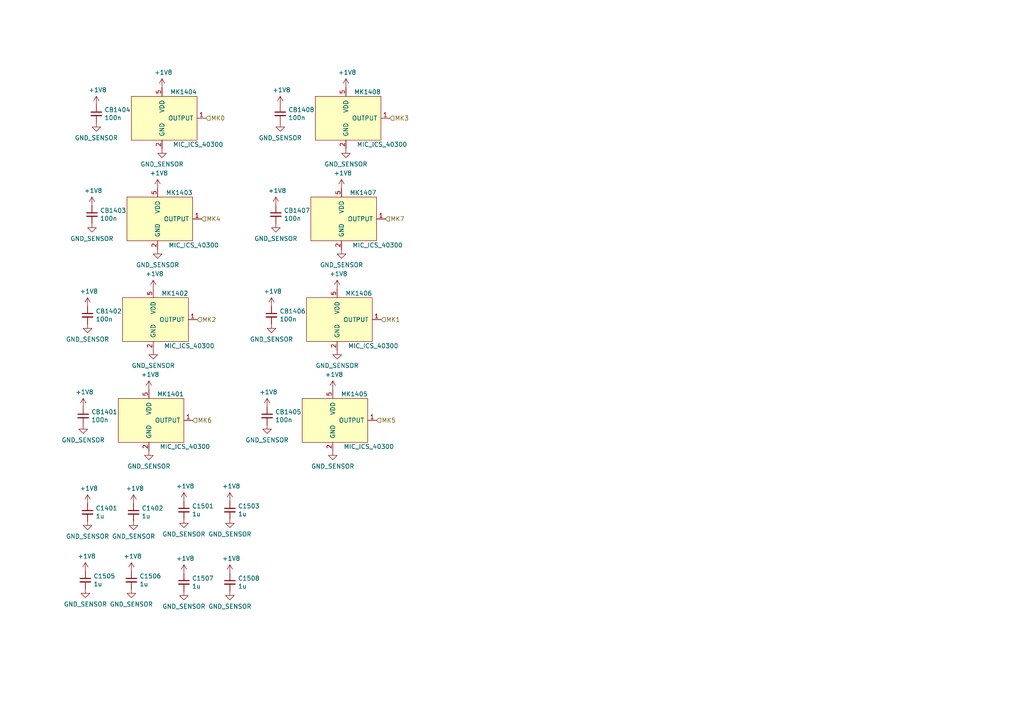
<source format=kicad_sch>
(kicad_sch (version 20230121) (generator eeschema)
  (paper "A4")
  (title_block (title "Kleinvoet") (date "2023-04-12") (rev "${PROJECT_REV}") (company "Department of Electrical and Electronic Engineering - Stellenbosch University") (comment 1 "Digital Signal Processing Laboratory") (comment 2 "Author: CM Geldenhuys <cmgeldenhuys@sun.ac.za>") (comment 3 "Project: Kleinvoet") (comment 4 "License: CERN-OHL-S-2.0"))
  (lib_symbols
    (symbol "Device:C_Small" (pin_numbers hide) (pin_names (offset 0.254) hide)
      (property "Reference" "C" (at 0.254 1.778 0))
      (property "Value" "C_Small" (at 0.254 -2.032 0))
      (symbol "C_Small_0_1"
        (polyline (pts (xy -1.524 -0.508) (xy 1.524 -0.508)) (stroke (width 0.3302)))
        (polyline (pts (xy -1.524 0.508) (xy 1.524 0.508)) (stroke (width 0.3048)))
      )
      (symbol "C_Small_1_1"
        (pin passive line (at 0 2.54 270) (length 2.032) (name "~") (number "1"))
        (pin passive line (at 0 -2.54 90) (length 2.032) (name "~") (number "2"))
      )
    )
    (symbol "grootvoet:GND_SENSOR" (power) (pin_names (offset 0))
      (property "Value" "GND_SENSOR" (at 0 -3.81 0))
      (symbol "GND_SENSOR_0_1"
        (polyline (pts (xy 0 0) (xy 0 -1.27) (xy 1.27 -1.27) (xy 0 -2.54) (xy -1.27 -1.27) (xy 0 -1.27)))
      )
      (symbol "GND_SENSOR_1_1"
        (pin power_in line (at 0 0 270) (length 0) hide (name "GND_SENSOR") (number "1"))
      )
    )
    (symbol "grootvoet:MIC_ICS_40300" (pin_names (offset 1.016))
      (property "Reference" "MK" (at -11.43 8.89 0))
      (property "Value" "MIC_ICS_40300" (at 8.89 8.89 0))
      (symbol "MIC_ICS_40300_0_1"
        (rectangle (start 10.16 6.35) (end -8.89 -6.35) (fill (type background)))
      )
      (symbol "MIC_ICS_40300_1_1"
        (pin output line (at 12.7 0 180) (length 2.54) (name "OUTPUT") (number "1"))
        (pin input line (at 0 -8.89 90) (length 2.54) (name "GND") (number "2"))
        (pin input line (at 0 -8.89 90) (length 2.54) hide (name "GND") (number "3"))
        (pin input line (at 0 -8.89 90) (length 2.54) hide (name "GND") (number "4"))
        (pin power_in line (at 0 8.89 270) (length 2.54) (name "VDD") (number "5"))
        (pin input line (at 0 -8.89 90) (length 2.54) hide (name "GND") (number "6"))
      )
    )
    (symbol "power:+1V8" (power) (pin_names (offset 0))
      (property "Value" "+1V8" (at 0 3.556 0))
      (symbol "+1V8_0_1"
        (polyline (pts (xy -0.762 1.27) (xy 0 2.54)))
        (polyline (pts (xy 0 0) (xy 0 2.54)))
        (polyline (pts (xy 0 2.54) (xy 0.762 1.27)))
      )
      (symbol "+1V8_1_1"
        (pin power_in line (at 0 0 90) (length 0) hide (name "+1V8") (number "1"))
      )
    )
  )
  (hierarchical_label "MK6" (shape input) (at 55.88 121.92 0))
  (hierarchical_label "MK4" (shape input) (at 58.42 63.5 0))
  (hierarchical_label "MK2" (shape input) (at 57.15 92.71 0))
  (hierarchical_label "MK0" (shape input) (at 59.69 34.29 0))
  (hierarchical_label "MK5" (shape input) (at 109.22 121.92 0))
  (hierarchical_label "MK1" (shape input) (at 110.49 92.71 0))
  (hierarchical_label "MK3" (shape input) (at 113.03 34.29 0))
  (hierarchical_label "MK7" (shape input) (at 111.76 63.5 0))
  (symbol (lib_id "Device:C_Small") (at 25.4 148.59 0) (unit 1)
    (property "Reference" "C1401" (at 27.7368 147.4216 0) (effects (justify left)))
    (property "Value" "1u" (at 27.7368 149.733 0) (effects (justify left)))
    (property "Footprint" "Capacitor_SMD:C_0402_1005Metric" (effects hide))
    (property "MPN" "C0402C105K9PACTU" (effects hide))
    (property "Mfr." "KEMET" (effects hide))
    (instances (project "kleinvoet" (path "" (reference "C1401") (unit 1))) (project "Sensor_Board" (path "" (reference "C?") (unit 1)) (path "" (reference "C14") (unit 1))))
  )
  (symbol (lib_id "Device:C_Small") (at 38.735 148.59 0) (unit 1)
    (property "Reference" "C1402" (at 41.0718 147.4216 0) (effects (justify left)))
    (property "Value" "1u" (at 41.0718 149.733 0) (effects (justify left)))
    (property "Footprint" "Capacitor_SMD:C_0402_1005Metric" (effects hide))
    (property "MPN" "C0402C105K9PACTU" (effects hide))
    (property "Mfr." "KEMET" (effects hide))
    (instances (project "kleinvoet" (path "" (reference "C1402") (unit 1))) (project "Sensor_Board" (path "" (reference "C?") (unit 1)) (path "" (reference "C15") (unit 1))))
  )
  (symbol (lib_id "power:+1V8") (at 25.4 146.05 0) (unit 1)
    (property "Reference" "#PWR01405" (effects hide))
    (property "Value" "+1V8" (at 25.781 141.6558 0))
  )
  (symbol (lib_id "power:+1V8") (at 38.735 146.05 0) (unit 1)
    (property "Reference" "#PWR01411" (effects hide))
    (property "Value" "+1V8" (at 39.116 141.6558 0))
  )
  (symbol (lib_id "grootvoet:MIC_ICS_40300") (at 46.99 34.29 0) (unit 1)
    (property "Reference" "MK1404" (at 57.15 26.67 0) (effects (justify right)))
    (property "Value" "MIC_ICS_40300" (at 64.77 41.91 0) (effects (justify right)))
    (property "Footprint" "grootvoet:MEMS_Mic_ICS-40300" (effects hide))
    (property "Datasheet" "https://www.mouser.co.za/ProductDetail/TDK-InvenSense/ICS-40300?qs=%2Fha2pyFadujzJsvx64xsUNdAo4Ph4hwqMvEiGbKRLds%3D" (effects hide))
    (property "MPN" "ICS-40300" (effects hide))
    (property "Mfr." "TDK InvenSense" (effects hide))
    (instances (project "kleinvoet" (path "" (reference "MK1404") (unit 1))) (project "Sensor_Board" (path "" (reference "MK4") (unit 1))))
  )
  (symbol (lib_id "power:+1V8") (at 46.99 25.4 0) (unit 1)
    (property "Reference" "#PWR01419" (effects hide))
    (property "Value" "+1V8" (at 47.371 21.0058 0))
  )
  (symbol (lib_id "Device:C_Small") (at 27.94 33.02 0) (unit 1)
    (property "Reference" "CB1404" (at 30.2768 31.8516 0) (effects (justify left)))
    (property "Value" "100n" (at 30.2768 34.163 0) (effects (justify left)))
    (property "Footprint" "Capacitor_SMD:C_0402_1005Metric" (effects hide))
    (property "MPN" "C0402C104K8PACTU" (effects hide))
    (property "Mfr." "KEMET" (effects hide))
    (instances (project "kleinvoet" (path "" (reference "CB1404") (unit 1))) (project "Sensor_Board" (path "" (reference "CB?") (unit 1)) (path "" (reference "CB9") (unit 1))))
  )
  (symbol (lib_id "power:+1V8") (at 27.94 30.48 0) (unit 1)
    (property "Reference" "#PWR01409" (effects hide))
    (property "Value" "+1V8" (at 28.321 26.0858 0))
  )
  (symbol (lib_id "power:+1V8") (at 45.72 54.61 0) (unit 1)
    (property "Reference" "#PWR01417" (effects hide))
    (property "Value" "+1V8" (at 46.101 50.2158 0))
  )
  (symbol (lib_id "Device:C_Small") (at 26.67 62.23 0) (unit 1)
    (property "Reference" "CB1403" (at 29.0068 61.0616 0) (effects (justify left)))
    (property "Value" "100n" (at 29.0068 63.373 0) (effects (justify left)))
    (property "Footprint" "Capacitor_SMD:C_0402_1005Metric" (effects hide))
    (property "MPN" "C0402C104K8PACTU" (effects hide))
    (property "Mfr." "KEMET" (effects hide))
    (instances (project "kleinvoet" (path "" (reference "CB1403") (unit 1))) (project "Sensor_Board" (path "" (reference "CB?") (unit 1)) (path "" (reference "CB8") (unit 1))))
  )
  (symbol (lib_id "power:+1V8") (at 26.67 59.69 0) (unit 1)
    (property "Reference" "#PWR01407" (effects hide))
    (property "Value" "+1V8" (at 27.051 55.2958 0))
  )
  (symbol (lib_id "grootvoet:MIC_ICS_40300") (at 45.72 63.5 0) (unit 1)
    (property "Reference" "MK1403" (at 55.88 55.88 0) (effects (justify right)))
    (property "Value" "MIC_ICS_40300" (at 63.5 71.12 0) (effects (justify right)))
    (property "Footprint" "grootvoet:MEMS_Mic_ICS-40300" (effects hide))
    (property "Datasheet" "https://www.mouser.co.za/ProductDetail/TDK-InvenSense/ICS-40300?qs=%2Fha2pyFadujzJsvx64xsUNdAo4Ph4hwqMvEiGbKRLds%3D" (effects hide))
    (property "MPN" "ICS-40300" (effects hide))
    (property "Mfr." "TDK InvenSense" (effects hide))
    (instances (project "kleinvoet" (path "" (reference "MK1403") (unit 1))) (project "Sensor_Board" (path "" (reference "MK3") (unit 1))))
  )
  (symbol (lib_id "power:+1V8") (at 44.45 83.82 0) (unit 1)
    (property "Reference" "#PWR01415" (effects hide))
    (property "Value" "+1V8" (at 44.831 79.4258 0))
  )
  (symbol (lib_id "Device:C_Small") (at 25.4 91.44 0) (unit 1)
    (property "Reference" "CB1402" (at 27.7368 90.2716 0) (effects (justify left)))
    (property "Value" "100n" (at 27.7368 92.583 0) (effects (justify left)))
    (property "Footprint" "Capacitor_SMD:C_0402_1005Metric" (effects hide))
    (property "MPN" "C0402C104K8PACTU" (effects hide))
    (property "Mfr." "KEMET" (effects hide))
    (instances (project "kleinvoet" (path "" (reference "CB1402") (unit 1))) (project "Sensor_Board" (path "" (reference "CB?") (unit 1)) (path "" (reference "CB7") (unit 1))))
  )
  (symbol (lib_id "power:+1V8") (at 25.4 88.9 0) (unit 1)
    (property "Reference" "#PWR01403" (effects hide))
    (property "Value" "+1V8" (at 25.781 84.5058 0))
  )
  (symbol (lib_id "grootvoet:MIC_ICS_40300") (at 44.45 92.71 0) (unit 1)
    (property "Reference" "MK1402" (at 54.61 85.09 0) (effects (justify right)))
    (property "Value" "MIC_ICS_40300" (at 62.23 100.33 0) (effects (justify right)))
    (property "Footprint" "grootvoet:MEMS_Mic_ICS-40300" (effects hide))
    (property "Datasheet" "https://www.mouser.co.za/ProductDetail/TDK-InvenSense/ICS-40300?qs=%2Fha2pyFadujzJsvx64xsUNdAo4Ph4hwqMvEiGbKRLds%3D" (effects hide))
    (property "MPN" "ICS-40300" (effects hide))
    (property "Mfr." "TDK InvenSense" (effects hide))
    (instances (project "kleinvoet" (path "" (reference "MK1402") (unit 1))) (project "Sensor_Board" (path "" (reference "MK2") (unit 1))))
  )
  (symbol (lib_id "power:+1V8") (at 43.18 113.03 0) (unit 1)
    (property "Reference" "#PWR01413" (effects hide))
    (property "Value" "+1V8" (at 43.561 108.6358 0))
  )
  (symbol (lib_id "Device:C_Small") (at 24.13 120.65 0) (unit 1)
    (property "Reference" "CB1401" (at 26.4668 119.4816 0) (effects (justify left)))
    (property "Value" "100n" (at 26.4668 121.793 0) (effects (justify left)))
    (property "Footprint" "Capacitor_SMD:C_0402_1005Metric" (effects hide))
    (property "MPN" "C0402C104K8PACTU" (effects hide))
    (property "Mfr." "KEMET" (effects hide))
    (instances (project "kleinvoet" (path "" (reference "CB1401") (unit 1))) (project "Sensor_Board" (path "" (reference "CB?") (unit 1)) (path "" (reference "CB6") (unit 1))))
  )
  (symbol (lib_id "power:+1V8") (at 24.13 118.11 0) (unit 1)
    (property "Reference" "#PWR01401" (effects hide))
    (property "Value" "+1V8" (at 24.511 113.7158 0))
  )
  (symbol (lib_id "grootvoet:MIC_ICS_40300") (at 43.18 121.92 0) (unit 1)
    (property "Reference" "MK1401" (at 53.34 114.3 0) (effects (justify right)))
    (property "Value" "MIC_ICS_40300" (at 60.96 129.54 0) (effects (justify right)))
    (property "Footprint" "grootvoet:MEMS_Mic_ICS-40300" (effects hide))
    (property "Datasheet" "https://www.mouser.co.za/ProductDetail/TDK-InvenSense/ICS-40300?qs=%2Fha2pyFadujzJsvx64xsUNdAo4Ph4hwqMvEiGbKRLds%3D" (effects hide))
    (property "MPN" "ICS-40300" (effects hide))
    (property "Mfr." "TDK InvenSense" (effects hide))
    (instances (project "kleinvoet" (path "" (reference "MK1401") (unit 1))) (project "Sensor_Board" (path "" (reference "MK1") (unit 1))))
  )
  (symbol (lib_id "power:+1V8") (at 100.33 25.4 0) (unit 1)
    (property "Reference" "#PWR01435" (effects hide))
    (property "Value" "+1V8" (at 100.711 21.0058 0))
  )
  (symbol (lib_id "Device:C_Small") (at 81.28 33.02 0) (unit 1)
    (property "Reference" "CB1408" (at 83.6168 31.8516 0) (effects (justify left)))
    (property "Value" "100n" (at 83.6168 34.163 0) (effects (justify left)))
    (property "Footprint" "Capacitor_SMD:C_0402_1005Metric" (effects hide))
    (property "MPN" "C0402C104K8PACTU" (effects hide))
    (property "Mfr." "KEMET" (effects hide))
    (instances (project "kleinvoet" (path "" (reference "CB1408") (unit 1))) (project "Sensor_Board" (path "" (reference "CB?") (unit 1)) (path "" (reference "CB13") (unit 1))))
  )
  (symbol (lib_id "power:+1V8") (at 81.28 30.48 0) (unit 1)
    (property "Reference" "#PWR01427" (effects hide))
    (property "Value" "+1V8" (at 81.661 26.0858 0))
  )
  (symbol (lib_id "grootvoet:MIC_ICS_40300") (at 100.33 34.29 0) (unit 1)
    (property "Reference" "MK1408" (at 110.49 26.67 0) (effects (justify right)))
    (property "Value" "MIC_ICS_40300" (at 118.11 41.91 0) (effects (justify right)))
    (property "Footprint" "grootvoet:MEMS_Mic_ICS-40300" (effects hide))
    (property "Datasheet" "https://www.mouser.co.za/ProductDetail/TDK-InvenSense/ICS-40300?qs=%2Fha2pyFadujzJsvx64xsUNdAo4Ph4hwqMvEiGbKRLds%3D" (effects hide))
    (property "MPN" "ICS-40300" (effects hide))
    (property "Mfr." "TDK InvenSense" (effects hide))
    (instances (project "kleinvoet" (path "" (reference "MK1408") (unit 1))) (project "Sensor_Board" (path "" (reference "MK8") (unit 1))))
  )
  (symbol (lib_id "power:+1V8") (at 99.06 54.61 0) (unit 1)
    (property "Reference" "#PWR01433" (effects hide))
    (property "Value" "+1V8" (at 99.441 50.2158 0))
  )
  (symbol (lib_id "Device:C_Small") (at 80.01 62.23 0) (unit 1)
    (property "Reference" "CB1407" (at 82.3468 61.0616 0) (effects (justify left)))
    (property "Value" "100n" (at 82.3468 63.373 0) (effects (justify left)))
    (property "Footprint" "Capacitor_SMD:C_0402_1005Metric" (effects hide))
    (property "MPN" "C0402C104K8PACTU" (effects hide))
    (property "Mfr." "KEMET" (effects hide))
    (instances (project "kleinvoet" (path "" (reference "CB1407") (unit 1))) (project "Sensor_Board" (path "" (reference "CB?") (unit 1)) (path "" (reference "CB12") (unit 1))))
  )
  (symbol (lib_id "power:+1V8") (at 80.01 59.69 0) (unit 1)
    (property "Reference" "#PWR01425" (effects hide))
    (property "Value" "+1V8" (at 80.391 55.2958 0))
  )
  (symbol (lib_id "grootvoet:MIC_ICS_40300") (at 99.06 63.5 0) (unit 1)
    (property "Reference" "MK1407" (at 109.22 55.88 0) (effects (justify right)))
    (property "Value" "MIC_ICS_40300" (at 116.84 71.12 0) (effects (justify right)))
    (property "Footprint" "grootvoet:MEMS_Mic_ICS-40300" (effects hide))
    (property "Datasheet" "https://www.mouser.co.za/ProductDetail/TDK-InvenSense/ICS-40300?qs=%2Fha2pyFadujzJsvx64xsUNdAo4Ph4hwqMvEiGbKRLds%3D" (effects hide))
    (property "MPN" "ICS-40300" (effects hide))
    (property "Mfr." "TDK InvenSense" (effects hide))
    (instances (project "kleinvoet" (path "" (reference "MK1407") (unit 1))) (project "Sensor_Board" (path "" (reference "MK7") (unit 1))))
  )
  (symbol (lib_id "power:+1V8") (at 97.79 83.82 0) (unit 1)
    (property "Reference" "#PWR01431" (effects hide))
    (property "Value" "+1V8" (at 98.171 79.4258 0))
  )
  (symbol (lib_id "Device:C_Small") (at 78.74 91.44 0) (unit 1)
    (property "Reference" "CB1406" (at 81.0768 90.2716 0) (effects (justify left)))
    (property "Value" "100n" (at 81.0768 92.583 0) (effects (justify left)))
    (property "Footprint" "Capacitor_SMD:C_0402_1005Metric" (effects hide))
    (property "MPN" "C0402C104K8PACTU" (effects hide))
    (property "Mfr." "KEMET" (effects hide))
    (instances (project "kleinvoet" (path "" (reference "CB1406") (unit 1))) (project "Sensor_Board" (path "" (reference "CB?") (unit 1)) (path "" (reference "CB11") (unit 1))))
  )
  (symbol (lib_id "power:+1V8") (at 78.74 88.9 0) (unit 1)
    (property "Reference" "#PWR01423" (effects hide))
    (property "Value" "+1V8" (at 79.121 84.5058 0))
  )
  (symbol (lib_id "grootvoet:MIC_ICS_40300") (at 97.79 92.71 0) (unit 1)
    (property "Reference" "MK1406" (at 107.95 85.09 0) (effects (justify right)))
    (property "Value" "MIC_ICS_40300" (at 115.57 100.33 0) (effects (justify right)))
    (property "Footprint" "grootvoet:MEMS_Mic_ICS-40300" (effects hide))
    (property "Datasheet" "https://www.mouser.co.za/ProductDetail/TDK-InvenSense/ICS-40300?qs=%2Fha2pyFadujzJsvx64xsUNdAo4Ph4hwqMvEiGbKRLds%3D" (effects hide))
    (property "MPN" "ICS-40300" (effects hide))
    (property "Mfr." "TDK InvenSense" (effects hide))
    (instances (project "kleinvoet" (path "" (reference "MK1406") (unit 1))) (project "Sensor_Board" (path "" (reference "MK6") (unit 1))))
  )
  (symbol (lib_id "power:+1V8") (at 96.52 113.03 0) (unit 1)
    (property "Reference" "#PWR01429" (effects hide))
    (property "Value" "+1V8" (at 96.901 108.6358 0))
  )
  (symbol (lib_id "Device:C_Small") (at 77.47 120.65 0) (unit 1)
    (property "Reference" "CB1405" (at 79.8068 119.4816 0) (effects (justify left)))
    (property "Value" "100n" (at 79.8068 121.793 0) (effects (justify left)))
    (property "Footprint" "Capacitor_SMD:C_0402_1005Metric" (effects hide))
    (property "MPN" "C0402C104K8PACTU" (effects hide))
    (property "Mfr." "KEMET" (effects hide))
    (instances (project "kleinvoet" (path "" (reference "CB1405") (unit 1))) (project "Sensor_Board" (path "" (reference "CB?") (unit 1)) (path "" (reference "CB10") (unit 1))))
  )
  (symbol (lib_id "power:+1V8") (at 77.47 118.11 0) (unit 1)
    (property "Reference" "#PWR01421" (effects hide))
    (property "Value" "+1V8" (at 77.851 113.7158 0))
  )
  (symbol (lib_id "grootvoet:MIC_ICS_40300") (at 96.52 121.92 0) (unit 1)
    (property "Reference" "MK1405" (at 106.68 114.3 0) (effects (justify right)))
    (property "Value" "MIC_ICS_40300" (at 114.3 129.54 0) (effects (justify right)))
    (property "Footprint" "grootvoet:MEMS_Mic_ICS-40300" (effects hide))
    (property "Datasheet" "https://www.mouser.co.za/ProductDetail/TDK-InvenSense/ICS-40300?qs=%2Fha2pyFadujzJsvx64xsUNdAo4Ph4hwqMvEiGbKRLds%3D" (effects hide))
    (property "MPN" "ICS-40300" (effects hide))
    (property "Mfr." "TDK InvenSense" (effects hide))
    (instances (project "kleinvoet" (path "" (reference "MK1405") (unit 1))) (project "Sensor_Board" (path "" (reference "MK5") (unit 1))))
  )
  (symbol (lib_id "Device:C_Small") (at 53.34 147.955 0) (unit 1)
    (property "Reference" "C1501" (at 55.6768 146.7866 0) (effects (justify left)))
    (property "Value" "1u" (at 55.6768 149.098 0) (effects (justify left)))
    (property "Footprint" "Capacitor_SMD:C_0402_1005Metric" (effects hide))
    (property "MPN" "C0402C105K9PACTU" (effects hide))
    (property "Mfr." "KEMET" (effects hide))
    (instances (project "kleinvoet" (path "" (reference "C1501") (unit 1))) (project "Sensor_Board" (path "" (reference "C?") (unit 1)) (path "" (reference "C14") (unit 1))))
  )
  (symbol (lib_id "grootvoet:GND_SENSOR") (at 80.01 64.77 0) (unit 1)
    (property "Reference" "#PWR0215" (effects hide))
    (property "Value" "GND_SENSOR" (at 80.01 69.215 0))
    (instances (project "kleinvoet" (path "" (reference "#PWR0215") (unit 1)) (path "" (reference "#PWR01426") (unit 1))))
  )
  (symbol (lib_id "grootvoet:GND_SENSOR") (at 45.72 72.39 0) (unit 1)
    (property "Reference" "#PWR0215" (effects hide))
    (property "Value" "GND_SENSOR" (at 45.72 76.835 0))
    (instances (project "kleinvoet" (path "" (reference "#PWR0215") (unit 1)) (path "" (reference "#PWR01418") (unit 1))))
  )
  (symbol (lib_id "grootvoet:GND_SENSOR") (at 99.06 72.39 0) (unit 1)
    (property "Reference" "#PWR0215" (effects hide))
    (property "Value" "GND_SENSOR" (at 99.06 76.835 0))
    (instances (project "kleinvoet" (path "" (reference "#PWR0215") (unit 1)) (path "" (reference "#PWR01434") (unit 1))))
  )
  (symbol (lib_id "grootvoet:GND_SENSOR") (at 38.1 170.815 0) (unit 1)
    (property "Reference" "#PWR0215" (effects hide))
    (property "Value" "GND_SENSOR" (at 38.1 175.26 0))
    (instances (project "kleinvoet" (path "" (reference "#PWR0215") (unit 1)) (path "" (reference "#PWR01512") (unit 1))))
  )
  (symbol (lib_id "Device:C_Small") (at 66.675 147.955 0) (unit 1)
    (property "Reference" "C1503" (at 69.0118 146.7866 0) (effects (justify left)))
    (property "Value" "1u" (at 69.0118 149.098 0) (effects (justify left)))
    (property "Footprint" "Capacitor_SMD:C_0402_1005Metric" (effects hide))
    (property "MPN" "C0402C105K9PACTU" (effects hide))
    (property "Mfr." "KEMET" (effects hide))
    (instances (project "kleinvoet" (path "" (reference "C1503") (unit 1))) (project "Sensor_Board" (path "" (reference "C?") (unit 1)) (path "" (reference "C15") (unit 1))))
  )
  (symbol (lib_id "power:+1V8") (at 66.675 166.37 0) (unit 1)
    (property "Reference" "#PWR01517" (effects hide))
    (property "Value" "+1V8" (at 67.056 161.9758 0))
  )
  (symbol (lib_id "grootvoet:GND_SENSOR") (at 44.45 101.6 0) (unit 1)
    (property "Reference" "#PWR0215" (effects hide))
    (property "Value" "GND_SENSOR" (at 44.45 106.045 0))
    (instances (project "kleinvoet" (path "" (reference "#PWR0215") (unit 1)) (path "" (reference "#PWR01416") (unit 1))))
  )
  (symbol (lib_id "power:+1V8") (at 38.1 165.735 0) (unit 1)
    (property "Reference" "#PWR01511" (effects hide))
    (property "Value" "+1V8" (at 38.481 161.3408 0))
  )
  (symbol (lib_id "power:+1V8") (at 53.34 145.415 0) (unit 1)
    (property "Reference" "#PWR01501" (effects hide))
    (property "Value" "+1V8" (at 53.721 141.0208 0))
  )
  (symbol (lib_id "grootvoet:GND_SENSOR") (at 77.47 123.19 0) (unit 1)
    (property "Reference" "#PWR0215" (effects hide))
    (property "Value" "GND_SENSOR" (at 77.47 127.635 0))
    (instances (project "kleinvoet" (path "" (reference "#PWR0215") (unit 1)) (path "" (reference "#PWR01422") (unit 1))))
  )
  (symbol (lib_id "grootvoet:GND_SENSOR") (at 100.33 43.18 0) (unit 1)
    (property "Reference" "#PWR0215" (effects hide))
    (property "Value" "GND_SENSOR" (at 100.33 47.625 0))
    (instances (project "kleinvoet" (path "" (reference "#PWR0215") (unit 1)) (path "" (reference "#PWR01436") (unit 1))))
  )
  (symbol (lib_id "Device:C_Small") (at 38.1 168.275 0) (unit 1)
    (property "Reference" "C1506" (at 40.4368 167.1066 0) (effects (justify left)))
    (property "Value" "1u" (at 40.4368 169.418 0) (effects (justify left)))
    (property "Footprint" "Capacitor_SMD:C_0402_1005Metric" (effects hide))
    (property "MPN" "C0402C105K9PACTU" (effects hide))
    (property "Mfr." "KEMET" (effects hide))
    (instances (project "kleinvoet" (path "" (reference "C1506") (unit 1))) (project "Sensor_Board" (path "" (reference "C?") (unit 1)) (path "" (reference "C15") (unit 1))))
  )
  (symbol (lib_id "grootvoet:GND_SENSOR") (at 66.675 171.45 0) (unit 1)
    (property "Reference" "#PWR0215" (effects hide))
    (property "Value" "GND_SENSOR" (at 66.675 175.895 0))
    (instances (project "kleinvoet" (path "" (reference "#PWR0215") (unit 1)) (path "" (reference "#PWR01518") (unit 1))))
  )
  (symbol (lib_id "grootvoet:GND_SENSOR") (at 24.13 123.19 0) (unit 1)
    (property "Reference" "#PWR0215" (effects hide))
    (property "Value" "GND_SENSOR" (at 24.13 127.635 0))
    (instances (project "kleinvoet" (path "" (reference "#PWR0215") (unit 1)) (path "" (reference "#PWR01402") (unit 1))))
  )
  (symbol (lib_id "power:+1V8") (at 24.765 165.735 0) (unit 1)
    (property "Reference" "#PWR01507" (effects hide))
    (property "Value" "+1V8" (at 25.146 161.3408 0))
  )
  (symbol (lib_id "grootvoet:GND_SENSOR") (at 78.74 93.98 0) (unit 1)
    (property "Reference" "#PWR0215" (effects hide))
    (property "Value" "GND_SENSOR" (at 78.74 98.425 0))
    (instances (project "kleinvoet" (path "" (reference "#PWR0215") (unit 1)) (path "" (reference "#PWR01424") (unit 1))))
  )
  (symbol (lib_id "grootvoet:GND_SENSOR") (at 27.94 35.56 0) (unit 1)
    (property "Reference" "#PWR0215" (effects hide))
    (property "Value" "GND_SENSOR" (at 27.94 40.005 0))
    (instances (project "kleinvoet" (path "" (reference "#PWR0215") (unit 1)) (path "" (reference "#PWR01410") (unit 1))))
  )
  (symbol (lib_id "grootvoet:GND_SENSOR") (at 25.4 93.98 0) (unit 1)
    (property "Reference" "#PWR0215" (effects hide))
    (property "Value" "GND_SENSOR" (at 25.4 98.425 0))
    (instances (project "kleinvoet" (path "" (reference "#PWR0215") (unit 1)) (path "" (reference "#PWR01404") (unit 1))))
  )
  (symbol (lib_id "grootvoet:GND_SENSOR") (at 25.4 151.13 0) (unit 1)
    (property "Reference" "#PWR0215" (effects hide))
    (property "Value" "GND_SENSOR" (at 25.4 155.575 0))
    (instances (project "kleinvoet" (path "" (reference "#PWR0215") (unit 1)) (path "" (reference "#PWR01406") (unit 1))))
  )
  (symbol (lib_id "grootvoet:GND_SENSOR") (at 24.765 170.815 0) (unit 1)
    (property "Reference" "#PWR0215" (effects hide))
    (property "Value" "GND_SENSOR" (at 24.765 175.26 0))
    (instances (project "kleinvoet" (path "" (reference "#PWR0215") (unit 1)) (path "" (reference "#PWR01508") (unit 1))))
  )
  (symbol (lib_id "grootvoet:GND_SENSOR") (at 96.52 130.81 0) (unit 1)
    (property "Reference" "#PWR0215" (effects hide))
    (property "Value" "GND_SENSOR" (at 96.52 135.255 0))
    (instances (project "kleinvoet" (path "" (reference "#PWR0215") (unit 1)) (path "" (reference "#PWR01430") (unit 1))))
  )
  (symbol (lib_id "grootvoet:GND_SENSOR") (at 53.34 150.495 0) (unit 1)
    (property "Reference" "#PWR0215" (effects hide))
    (property "Value" "GND_SENSOR" (at 53.34 154.94 0))
    (instances (project "kleinvoet" (path "" (reference "#PWR0215") (unit 1)) (path "" (reference "#PWR01502") (unit 1))))
  )
  (symbol (lib_id "Device:C_Small") (at 24.765 168.275 0) (unit 1)
    (property "Reference" "C1505" (at 27.1018 167.1066 0) (effects (justify left)))
    (property "Value" "1u" (at 27.1018 169.418 0) (effects (justify left)))
    (property "Footprint" "Capacitor_SMD:C_0402_1005Metric" (effects hide))
    (property "MPN" "C0402C105K9PACTU" (effects hide))
    (property "Mfr." "KEMET" (effects hide))
    (instances (project "kleinvoet" (path "" (reference "C1505") (unit 1))) (project "Sensor_Board" (path "" (reference "C?") (unit 1)) (path "" (reference "C14") (unit 1))))
  )
  (symbol (lib_id "grootvoet:GND_SENSOR") (at 26.67 64.77 0) (unit 1)
    (property "Reference" "#PWR0215" (effects hide))
    (property "Value" "GND_SENSOR" (at 26.67 69.215 0))
    (instances (project "kleinvoet" (path "" (reference "#PWR0215") (unit 1)) (path "" (reference "#PWR01408") (unit 1))))
  )
  (symbol (lib_id "Device:C_Small") (at 53.34 168.91 0) (unit 1)
    (property "Reference" "C1507" (at 55.6768 167.7416 0) (effects (justify left)))
    (property "Value" "1u" (at 55.6768 170.053 0) (effects (justify left)))
    (property "Footprint" "Capacitor_SMD:C_0402_1005Metric" (effects hide))
    (property "MPN" "C0402C105K9PACTU" (effects hide))
    (property "Mfr." "KEMET" (effects hide))
    (instances (project "kleinvoet" (path "" (reference "C1507") (unit 1))) (project "Sensor_Board" (path "" (reference "C?") (unit 1)) (path "" (reference "C14") (unit 1))))
  )
  (symbol (lib_id "Device:C_Small") (at 66.675 168.91 0) (unit 1)
    (property "Reference" "C1508" (at 69.0118 167.7416 0) (effects (justify left)))
    (property "Value" "1u" (at 69.0118 170.053 0) (effects (justify left)))
    (property "Footprint" "Capacitor_SMD:C_0402_1005Metric" (effects hide))
    (property "MPN" "C0402C105K9PACTU" (effects hide))
    (property "Mfr." "KEMET" (effects hide))
    (instances (project "kleinvoet" (path "" (reference "C1508") (unit 1))) (project "Sensor_Board" (path "" (reference "C?") (unit 1)) (path "" (reference "C15") (unit 1))))
  )
  (symbol (lib_id "grootvoet:GND_SENSOR") (at 38.735 151.13 0) (unit 1)
    (property "Reference" "#PWR0215" (effects hide))
    (property "Value" "GND_SENSOR" (at 38.735 155.575 0))
    (instances (project "kleinvoet" (path "" (reference "#PWR0215") (unit 1)) (path "" (reference "#PWR01412") (unit 1))))
  )
  (symbol (lib_id "grootvoet:GND_SENSOR") (at 97.79 101.6 0) (unit 1)
    (property "Reference" "#PWR0215" (effects hide))
    (property "Value" "GND_SENSOR" (at 97.79 106.045 0))
    (instances (project "kleinvoet" (path "" (reference "#PWR0215") (unit 1)) (path "" (reference "#PWR01432") (unit 1))))
  )
  (symbol (lib_id "power:+1V8") (at 66.675 145.415 0) (unit 1)
    (property "Reference" "#PWR01503" (effects hide))
    (property "Value" "+1V8" (at 67.056 141.0208 0))
  )
  (symbol (lib_id "power:+1V8") (at 53.34 166.37 0) (unit 1)
    (property "Reference" "#PWR01515" (effects hide))
    (property "Value" "+1V8" (at 53.721 161.9758 0))
  )
  (symbol (lib_id "grootvoet:GND_SENSOR") (at 81.28 35.56 0) (unit 1)
    (property "Reference" "#PWR0215" (effects hide))
    (property "Value" "GND_SENSOR" (at 81.28 40.005 0))
    (instances (project "kleinvoet" (path "" (reference "#PWR0215") (unit 1)) (path "" (reference "#PWR01428") (unit 1))))
  )
  (symbol (lib_id "grootvoet:GND_SENSOR") (at 43.18 130.81 0) (unit 1)
    (property "Reference" "#PWR0215" (effects hide))
    (property "Value" "GND_SENSOR" (at 43.18 135.255 0))
    (instances (project "kleinvoet" (path "" (reference "#PWR0215") (unit 1)) (path "" (reference "#PWR01414") (unit 1))))
  )
  (symbol (lib_id "grootvoet:GND_SENSOR") (at 53.34 171.45 0) (unit 1)
    (property "Reference" "#PWR0215" (effects hide))
    (property "Value" "GND_SENSOR" (at 53.34 175.895 0))
    (instances (project "kleinvoet" (path "" (reference "#PWR0215") (unit 1)) (path "" (reference "#PWR01516") (unit 1))))
  )
  (symbol (lib_id "grootvoet:GND_SENSOR") (at 66.675 150.495 0) (unit 1)
    (property "Reference" "#PWR0215" (effects hide))
    (property "Value" "GND_SENSOR" (at 66.675 154.94 0))
    (instances (project "kleinvoet" (path "" (reference "#PWR0215") (unit 1)) (path "" (reference "#PWR01506") (unit 1))))
  )
  (symbol (lib_id "grootvoet:GND_SENSOR") (at 46.99 43.18 0) (unit 1)
    (property "Reference" "#PWR0215" (effects hide))
    (property "Value" "GND_SENSOR" (at 46.99 47.625 0))
    (instances (project "kleinvoet" (path "" (reference "#PWR0215") (unit 1)) (path "" (reference "#PWR01420") (unit 1))))
  )
)
</source>
